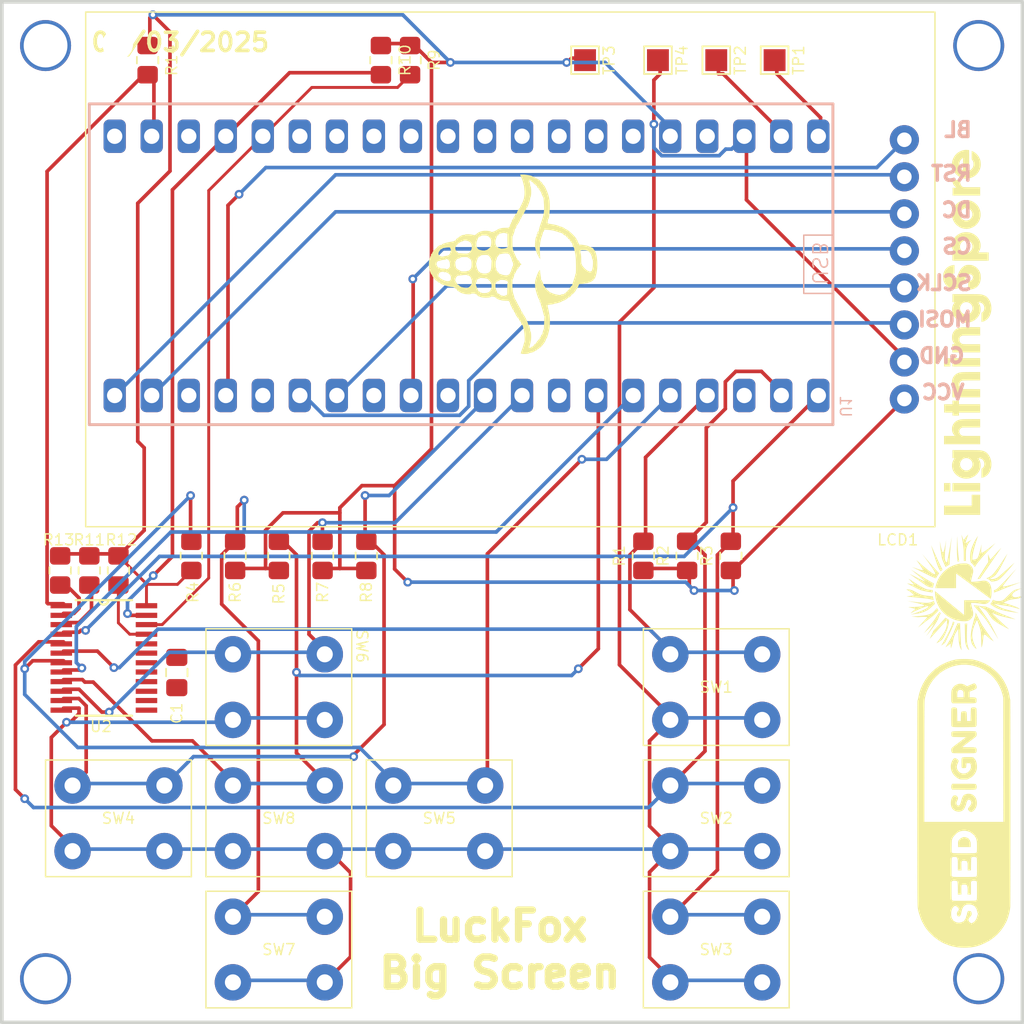
<source format=kicad_pcb>
(kicad_pcb (version 20241229) (generator "pcbnew") (generator_version "9.0")
  (layers (0 "F.Cu" signal) (2 "B.Cu" signal) (13 "F.Paste" user) (15 "B.Paste" user) (5 "F.SilkS" user "F.Silkscreen") (7 "B.SilkS" user "B.Silkscreen") (1 "F.Mask" user) (3 "B.Mask" user) (25 "Edge.Cuts" user))
  (net 0 "")
  (net 1 "KEY1")
  (net 2 "+3.3V")
  (net 3 "KEY2")
  (net 4 "KEY3")
  (net 5 "JOYSTICK_RIGHT")
  (net 6 "JOYSTICK_PRESS")
  (net 7 "JOYSTICK_DOWN")
  (net 8 "JOYSTICK_UP")
  (net 9 "JOYSTICK_LEFT")
  (net 10 "GND")
  (net 11 "BACKLIGHT_PWM")
  (net 12 "LCD_RST")
  (net 13 "SPI_MOSI")
  (net 14 "SPI_SCLK")
  (net 15 "SPI_CS")
  (net 16 "LCD_DC")
  (net 17 "VBUS")
  (net 18 "VSYS")
  (net 46 "I2C_SCL")
  (net 47 "I2C_SDA")
  (net 48 "Net-(U2-~RESET)")
  (net 49 "Net-(U2-A0)")
  (net 50 "Net-(U2-A1)")
  (net 51 "IO_INT")
  (footprint "Resistor_SMD:R_0805_2012Metric_Pad1.20x1.40mm_HandSolder" (layer "F.Cu") (at 28 4 -90)
    (property "Reference" "R9")
    (property "Value" "10K")
  )
  (footprint "Resistor_SMD:R_0805_2012Metric_Pad1.20x1.40mm_HandSolder" (layer "F.Cu") (at 4 39 -90)
    (property "Reference" "R13")
    (property "Value" "10K")
  )
  (footprint "seedsigner-luckfox:ST7789_LCD_MOD1" (layer "F.Cu") (at 64 36 180)
    (property "Reference" "LCD1")
    (property "Value" "ST7789")
  )
  (footprint "seedsigner-luckfox:SOP65P640X110-24N" (layer "F.Cu") (at 7 45)
    (property "Reference" "U2")
    (property "Value" "PCA9539PW_112")
  )
  (footprint "Resistor_SMD:R_0805_2012Metric_Pad1.20x1.40mm_HandSolder" (layer "F.Cu") (at 8 39 -90)
    (property "Reference" "R12")
    (property "Value" "10K")
  )
  (footprint "seedsigner-luckfox:BTN_SPST_NO_PTH" (layer "F.Cu") (at 49 47)
    (property "Reference" "SW1")
    (property "Value" "SW_Push")
  )
  (footprint "Resistor_SMD:R_0805_2012Metric_Pad1.20x1.40mm_HandSolder" (layer "F.Cu") (at 10 4 -90)
    (property "Reference" "R14")
    (property "Value" "10K")
  )
  (footprint "seedsigner-luckfox:TestPoint_Pad_1.5x1.5mm" (layer "F.Cu") (at 49 4 -90)
    (property "Reference" "TP2")
    (property "Value" "TestPoint")
  )
  (footprint "Resistor_SMD:R_0805_2012Metric_Pad1.20x1.40mm_HandSolder" (layer "F.Cu") (at 25 38 90)
    (property "Reference" "R8")
    (property "Value" "10K")
  )
  (footprint "seedsigner-luckfox:BTN_SPST_NO_PTH" (layer "F.Cu") (at 19 47)
    (property "Reference" "SW6")
    (property "Value" "SW_Push")
  )
  (footprint "seedsigner-luckfox:BTN_SPST_NO_PTH" (layer "F.Cu") (at 19 56)
    (property "Reference" "SW8")
    (property "Value" "SW_Push")
  )
  (footprint "Resistor_SMD:R_0805_2012Metric_Pad1.20x1.40mm_HandSolder" (layer "F.Cu") (at 13 38 90)
    (property "Reference" "R4")
    (property "Value" "10K")
  )
  (footprint "Resistor_SMD:R_0805_2012Metric_Pad1.20x1.40mm_HandSolder" (layer "F.Cu") (at 50 38 90)
    (property "Reference" "R3")
    (property "Value" "10K")
  )
  (footprint "Resistor_SMD:R_0805_2012Metric_Pad1.20x1.40mm_HandSolder" (layer "F.Cu") (at 22 38 90)
    (property "Reference" "R7")
    (property "Value" "10K")
  )
  (footprint "Resistor_SMD:R_0805_2012Metric_Pad1.20x1.40mm_HandSolder" (layer "F.Cu") (at 6 39 -90)
    (property "Reference" "R11")
    (property "Value" "10K")
  )
  (footprint "seedsigner-luckfox:seedsigner-logo-small" (layer "F.Cu") (at 66 55 90)
    (property "Reference" "LOGO1" (hide yes))
    (property "Value" "SS_LOGO" (hide yes))
  )
  (footprint "seedsigner-luckfox:BTN_SPST_NO_PTH" (layer "F.Cu") (at 49 65)
    (property "Reference" "SW3")
    (property "Value" "SW_Push")
  )
  (footprint "seedsigner-luckfox:MOUNT_HOLE_3MM" (layer "F.Cu") (at 3 3)
    (property "Reference" "H1" (hide yes))
    (property "Value" "MountingHole" (hide yes))
  )
  (footprint "Resistor_SMD:R_0805_2012Metric_Pad1.20x1.40mm_HandSolder" (layer "F.Cu") (at 19 38 90)
    (property "Reference" "R5")
    (property "Value" "10K")
  )
  (footprint "seedsigner-luckfox:LightningSpore_Logo" (layer "F.Cu") (at 66 27 90)
    (property "Reference" "ART1" (hide yes))
    (property "Value" "~" (hide yes))
  )
  (footprint "seedsigner-luckfox:BTN_SPST_NO_PTH" (layer "F.Cu") (at 8 56)
    (property "Reference" "SW4")
    (property "Value" "SW_Push")
  )
  (footprint "seedsigner-luckfox:BTN_SPST_NO_PTH" (layer "F.Cu") (at 30 56)
    (property "Reference" "SW5")
    (property "Value" "SW_Push")
  )
  (footprint "Resistor_SMD:R_0805_2012Metric_Pad1.20x1.40mm_HandSolder" (layer "F.Cu") (at 44 38 90)
    (property "Reference" "R1")
    (property "Value" "10K")
  )
  (footprint "seedsigner-luckfox:TestPoint_Pad_1.5x1.5mm" (layer "F.Cu") (at 53 4 -90)
    (property "Reference" "TP1")
    (property "Value" "TestPoint")
  )
  (footprint "Capacitor_SMD:C_0805_2012Metric_Pad1.18x1.45mm_HandSolder" (layer "F.Cu") (at 12 46 -90)
    (property "Reference" "C1")
    (property "Value" "100nF")
  )
  (footprint "Resistor_SMD:R_0805_2012Metric_Pad1.20x1.40mm_HandSolder" (layer "F.Cu") (at 26 4 -90)
    (property "Reference" "R10")
    (property "Value" "10K")
  )
  (footprint "Resistor_SMD:R_0805_2012Metric_Pad1.20x1.40mm_HandSolder" (layer "F.Cu") (at 47 38 90)
    (property "Reference" "R2")
    (property "Value" "10K")
  )
  (footprint "seedsigner-luckfox:MOUNT_HOLE_3MM" (layer "F.Cu") (at 3 67)
    (property "Reference" "H4" (hide yes))
    (property "Value" "MountingHole" (hide yes))
  )
  (footprint "Resistor_SMD:R_0805_2012Metric_Pad1.20x1.40mm_HandSolder" (layer "F.Cu") (at 16 38 90)
    (property "Reference" "R6")
    (property "Value" "10K")
  )
  (footprint "seedsigner-luckfox:BTN_SPST_NO_PTH" (layer "F.Cu") (at 19 65)
    (property "Reference" "SW7")
    (property "Value" "SW_Push")
  )
  (footprint "seedsigner-luckfox:MOUNT_HOLE_3MM" (layer "F.Cu") (at 67 3)
    (property "Reference" "H2" (hide yes))
    (property "Value" "MountingHole" (hide yes))
  )
  (footprint "seedsigner-luckfox:BTN_SPST_NO_PTH" (layer "F.Cu") (at 49 56)
    (property "Reference" "SW2")
    (property "Value" "SW_Push")
  )
  (footprint "seedsigner-luckfox:corn-logo" (layer "F.Cu") (at 35 18 90)
    (property "Reference" "LOGO2" (hide yes))
    (property "Value" "CORN-LOGO" (hide yes))
  )
  (footprint "seedsigner-luckfox:TestPoint_Pad_1.5x1.5mm" (layer "F.Cu") (at 40 4 -90)
    (property "Reference" "TP3")
    (property "Value" "TestPoint")
  )
  (footprint "seedsigner-luckfox:TestPoint_Pad_1.5x1.5mm" (layer "F.Cu") (at 45 4 -90)
    (property "Reference" "TP4")
    (property "Value" "TestPoint")
  )
  (footprint "seedsigner-luckfox:MOUNT_HOLE_3MM" (layer "F.Cu") (at 67 67)
    (property "Reference" "H3" (hide yes))
    (property "Value" "MountingHole" (hide yes))
  )
  (footprint "seedsigner-luckfox:LUCKFOX_PICO" (layer "B.Cu") (at 56 27 90)
    (property "Reference" "U1")
    (property "Value" "LuckFox_Pico_PLUS_PRO")
  )
  (gr_rect (start 0 0) (end 70 70) (stroke (width 0.25)) (fill no) (layer "Edge.Cuts"))
  (gr_text "07/03/2025" (at 6 3.5 0) (layer "F.SilkS") (effects (font (size 1.25 1.25) (thickness 0.25) (bold yes)) (justify left bottom)))
  (gr_text "LuckFox\nBig Screen" (at 34.152 65 0) (layer "F.SilkS") (effects (font (size 2 2) (thickness 0.5) (bold yes))))
  (gr_text "RST" (at 66.652 12.362 0) (layer "B.SilkS") (effects (font (size 1 1) (thickness 0.25) (bold yes)) (justify left bottom mirror)))
  (gr_text "VCC" (at 66.152 27.362 0) (layer "B.SilkS") (effects (font (size 1 1) (thickness 0.25) (bold yes)) (justify left bottom mirror)))
  (gr_text "SCLK" (at 66.652 19.862 0) (layer "B.SilkS") (effects (font (size 1 1) (thickness 0.25) (bold yes)) (justify left bottom mirror)))
  (gr_text "BL" (at 66.652 9.362 0) (layer "B.SilkS") (effects (font (size 1 1) (thickness 0.25) (bold yes)) (justify left bottom mirror)))
  (gr_text "MOSI" (at 66.652 22.362 0) (layer "B.SilkS") (effects (font (size 1 1) (thickness 0.25) (bold yes)) (justify left bottom mirror)))
  (gr_text "GND" (at 66.152 24.862 0) (layer "B.SilkS") (effects (font (size 1 1) (thickness 0.25) (bold yes)) (justify left bottom mirror)))
  (gr_text "CS" (at 66.652 17.362 0) (layer "B.SilkS") (effects (font (size 1 1) (thickness 0.25) (bold yes)) (justify left bottom mirror)))
  (gr_text "DC" (at 66.652 14.862 0) (layer "B.SilkS") (effects (font (size 1 1) (thickness 0.25) (bold yes)) (justify left bottom mirror)))
  (segment (start 46.002 44.612) (end 43.0782 41.6882) (width 0.25) (layer "F.Cu") (net 1))
  (segment (start 43.0782 41.6882) (end 43.0782 37.9358) (width 0.25) (layer "F.Cu") (net 1))
  (segment (start 4.231 44.5318) (end 6.5546 44.5318) (width 0.25) (layer "F.Cu") (net 1))
  (segment (start 43.0782 37.9358) (end 44.152 36.862) (width 0.25) (layer "F.Cu") (net 1))
  (segment (start 48.532 26.862) (end 44.152 31.242) (width 0.25) (layer "F.Cu") (net 1))
  (segment (start 44.152 31.242) (end 44.152 36.862) (width 0.25) (layer "F.Cu") (net 1))
  (segment (start 6.5546 44.5318) (end 7.688 45.6652) (width 0.25) (layer "F.Cu") (net 1))
  (via (at 7.688 45.6652) (size 0.6) (drill 0.3) (layers "F.Cu" "B.Cu") (net 1))
  (segment (start 52.302 44.612) (end 46.002 44.612) (width 0.25) (layer "B.Cu") (net 1))
  (segment (start 8.0621 45.6652) (end 10.7019 43.0254) (width 0.25) (layer "B.Cu") (net 1))
  (segment (start 7.688 45.6652) (end 8.0621 45.6652) (width 0.25) (layer "B.Cu") (net 1))
  (segment (start 44.4154 43.0254) (end 46.002 44.612) (width 0.25) (layer "B.Cu") (net 1))
  (segment (start 10.7019 43.0254) (end 44.4154 43.0254) (width 0.25) (layer "B.Cu") (net 1))
  (segment (start 38.7395 4.1576) (end 38.7797 4.1576) (width 0.25) (layer "F.Cu") (net 2))
  (segment (start 62.052 27.102) (end 50.292 38.862) (width 0.25) (layer "F.Cu") (net 2))
  (segment (start 9.7652 30.5876) (end 9.7652 36.2488) (width 0.25) (layer "F.Cu") (net 2))
  (segment (start 9.3216 13.8168) (end 9.3216 30.144) (width 0.25) (layer "F.Cu") (net 2))
  (segment (start 9.954 39.954) (end 12.046 39.954) (width 0.2) (layer "F.Cu") (net 2))
  (segment (start 10.3614 0.8909) (end 10.152 1.1003) (width 0.25) (layer "F.Cu") (net 2))
  (segment (start 47.152 38.862) (end 44.152 38.862) (width 0.25) (layer "F.Cu") (net 2))
  (segment (start 10.3614 0.8909) (end 11.5333 2.0628) (width 0.25) (layer "F.Cu") (net 2))
  (segment (start 19.152 38.862) (end 18.0875 38.862) (width 0.25) (layer "F.Cu") (net 2))
  (segment (start 50.292 38.862) (end 50.152 38.862) (width 0.25) (layer "F.Cu") (net 2))
  (segment (start 29.4689 30.6559) (end 26.942 33.1828) (width 0.25) (layer "F.Cu") (net 2))
  (segment (start 50.2414 40.3753) (end 50.152 40.2859) (width 0.25) (layer "F.Cu") (net 2))
  (segment (start 9.7652 36.2488) (end 8.152 37.862) (width 0.25) (layer "F.Cu") (net 2))
  (segment (start 18.0875 36.2455) (end 18.0875 38.862) (width 0.25) (layer "F.Cu") (net 2))
  (segment (start 6.152 37.862) (end 4.152 37.862) (width 0.25) (layer "F.Cu") (net 2))
  (segment (start 12.046 39.954) (end 13 39) (width 0.2) (layer "F.Cu") (net 2))
  (segment (start 6.152 37.862) (end 8.152 37.862) (width 0.25) (layer "F.Cu") (net 2))
  (segment (start 18.0875 38.862) (end 16.152 38.862) (width 0.25) (layer "F.Cu") (net 2))
  (segment (start 47.152 38.862) (end 47.152 40.0509) (width 0.25) (layer "F.Cu") (net 2))
  (segment (start 23.1832 34.697) (end 24.6974 33.1828) (width 0.25) (layer "F.Cu") (net 2))
  (segment (start 29.4689 4.1576) (end 28.1733 2.862) (width 0.25) (layer "F.Cu") (net 2))
  (segment (start 40.152 3.862) (end 39.0753 3.862) (width 0.25) (layer "F.Cu") (net 2))
  (segment (start 26.942 38.9049) (end 27.8395 39.8024) (width 0.25) (layer "F.Cu") (net 2))
  (segment (start 23.1832 38.862) (end 23.1832 35.0466) (width 0.25) (layer "F.Cu") (net 2))
  (segment (start 19.2864 35.0466) (end 18.0875 36.2455) (width 0.25) (layer "F.Cu") (net 2))
  (segment (start 23.1832 35.0466) (end 19.2864 35.0466) (width 0.25) (layer "F.Cu") (net 2))
  (segment (start 26.942 33.1828) (end 26.942 38.9049) (width 0.25) (layer "F.Cu") (net 2))
  (segment (start 38.7797 4.1576) (end 39.0753 3.862) (width 0.25) (layer "F.Cu") (net 2))
  (segment (start 28.1733 2.862) (end 28.152 2.862) (width 0.25) (layer "F.Cu") (net 2))
  (segment (start 11.5333 11.6051) (end 9.3216 13.8168) (width 0.25) (layer "F.Cu") (net 2))
  (segment (start 23.1832 35.0466) (end 23.1832 34.697) (width 0.25) (layer "F.Cu") (net 2))
  (segment (start 23.1832 38.862) (end 22.152 38.862) (width 0.25) (layer "F.Cu") (net 2))
  (segment (start 29.4689 4.1576) (end 30.7645 4.1576) (width 0.25) (layer "F.Cu") (net 2))
  (segment (start 24.6974 33.1828) (end 26.942 33.1828) (width 0.25) (layer "F.Cu") (net 2))
  (segment (start 8.152 37.862) (end 8.152 38.0068) (width 0.25) (layer "F.Cu") (net 2))
  (segment (start 9.3216 30.144) (end 9.7652 30.5876) (width 0.25) (layer "F.Cu") (net 2))
  (segment (start 9.921 41.4186) (end 9.921 39.921) (width 0.2) (layer "F.Cu") (net 2))
  (segment (start 11.5333 2.0628) (end 11.5333 11.6051) (width 0.25) (layer "F.Cu") (net 2))
  (segment (start 25.152 38.862) (end 23.1832 38.862) (width 0.25) (layer "F.Cu") (net 2))
  (segment (start 9.921 39.921) (end 9.954 39.954) (width 0.2) (layer "F.Cu") (net 2))
  (segment (start 29.4689 4.1576) (end 29.4689 30.6559) (width 0.25) (layer "F.Cu") (net 2))
  (segment (start 10.152 1.1003) (end 10.152 2.862) (width 0.25) (layer "F.Cu") (net 2))
  (segment (start 9.921 39.921) (end 8 38) (width 0.2) (layer "F.Cu") (net 2))
  (segment (start 47.152 40.0509) (end 47.4764 40.3753) (width 0.25) (layer "F.Cu") (net 2))
  (segment (start 50.152 40.2859) (end 50.152 38.862) (width 0.25) (layer "F.Cu") (net 2))
  (segment (start 26.152 2.862) (end 28.152 2.862) (width 0.25) (layer "F.Cu") (net 2))
  (via (at 38.7395 4.1576) (size 0.6) (drill 0.3) (layers "F.Cu" "B.Cu") (net 2))
  (via (at 50.2414 40.3753) (size 0.6) (drill 0.3) (layers "F.Cu" "B.Cu") (net 2))
  (via (at 27.8395 39.8024) (size 0.6) (drill 0.3) (layers "F.Cu" "B.Cu") (net 2))
  (via (at 30.7645 4.1576) (size 0.6) (drill 0.3) (layers "F.Cu" "B.Cu") (net 2))
  (via (at 47.4764 40.3753) (size 0.6) (drill 0.3) (layers "F.Cu" "B.Cu") (net 2))
  (via (at 10.3614 0.8909) (size 0.6) (drill 0.3) (layers "F.Cu" "B.Cu") (net 2))
  (segment (start 27.4978 0.8909) (end 30.7645 4.1576) (width 0.25) (layer "B.Cu") (net 2))
  (segment (start 27.8395 39.8024) (end 46.9035 39.8024) (width 0.25) (layer "B.Cu") (net 2))
  (segment (start 30.7645 4.1576) (end 38.7395 4.1576) (width 0.25) (layer "B.Cu") (net 2))
  (segment (start 41.376 4.1576) (end 38.7395 4.1576) (width 0.25) (layer "B.Cu") (net 2))
  (segment (start 46.9035 39.8024) (end 47.4764 40.3753) (width 0.25) (layer "B.Cu") (net 2))
  (segment (start 45.992 8.7736) (end 41.376 4.1576) (width 0.25) (layer "B.Cu") (net 2))
  (segment (start 10.3614 0.8909) (end 27.4978 0.8909) (width 0.25) (layer "B.Cu") (net 2))
  (segment (start 45.992 9.082) (end 45.992 8.7736) (width 0.25) (layer "B.Cu") (net 2))
  (segment (start 47.4764 40.3753) (end 50.2414 40.3753) (width 0.25) (layer "B.Cu") (net 2))
  (segment (start 46.002 53.612) (end 48.2258 51.3882) (width 0.25) (layer "F.Cu") (net 3))
  (segment (start 52.0956 25.3456) (end 50.3409 25.3456) (width 0.25) (layer "F.Cu") (net 3))
  (segment (start 0.936 54.0209) (end 1.5695 54.6544) (width 0.25) (layer "F.Cu") (net 3))
  (segment (start 49.6222 26.0643) (end 49.6222 27.9104) (width 0.25) (layer "F.Cu") (net 3))
  (segment (start 48.3145 29.218) (end 48.3145 35.6995) (width 0.25) (layer "F.Cu") (net 3))
  (segment (start 49.6222 27.9104) (end 48.3146 29.218) (width 0.25) (layer "F.Cu") (net 3))
  (segment (start 48.2258 37.9358) (end 47.152 36.862) (width 0.25) (layer "F.Cu") (net 3))
  (segment (start 2.5248 43.8968) (end 0.936 45.4856) (width 0.25) (layer "F.Cu") (net 3))
  (segment (start 48.3145 35.6995) (end 47.152 36.862) (width 0.25) (layer "F.Cu") (net 3))
  (segment (start 48.3146 29.218) (end 48.3145 29.218) (width 0.25) (layer "F.Cu") (net 3))
  (segment (start 53.612 26.862) (end 52.0956 25.3456) (width 0.25) (layer "F.Cu") (net 3))
  (segment (start 0.936 45.4856) (end 0.936 54.0209) (width 0.25) (layer "F.Cu") (net 3))
  (segment (start 48.2258 51.3882) (end 48.2258 37.9358) (width 0.25) (layer "F.Cu") (net 3))
  (segment (start 4.231 43.8968) (end 2.5248 43.8968) (width 0.25) (layer "F.Cu") (net 3))
  (segment (start 50.3409 25.3456) (end 49.6222 26.0643) (width 0.25) (layer "F.Cu") (net 3))
  (via (at 1.5695 54.6544) (size 0.6) (drill 0.3) (layers "F.Cu" "B.Cu") (net 3))
  (segment (start 44.3558 55.2582) (end 46.002 53.612) (width 0.25) (layer "B.Cu") (net 3))
  (segment (start 2.1733 55.2582) (end 44.3558 55.2582) (width 0.25) (layer "B.Cu") (net 3))
  (segment (start 52.302 53.612) (end 46.002 53.612) (width 0.25) (layer "B.Cu") (net 3))
  (segment (start 1.5695 54.6544) (end 2.1733 55.2582) (width 0.25) (layer "B.Cu") (net 3))
  (segment (start 46.002 62.612) (end 49.0782 59.5358) (width 0.25) (layer "F.Cu") (net 4))
  (segment (start 50.152 32.862) (end 56.152 26.862) (width 0.25) (layer "F.Cu") (net 4))
  (segment (start 5.4218 43.1089) (end 5.7442 43.1089) (width 0.25) (layer "F.Cu") (net 4))
  (segment (start 50.152 34.6883) (end 50.152 32.862) (width 0.25) (layer "F.Cu") (net 4))
  (segment (start 50.152 36.862) (end 50.152 34.6883) (width 0.25) (layer "F.Cu") (net 4))
  (segment (start 4.231 43.2364) (end 5.2943 43.2364) (width 0.25) (layer "F.Cu") (net 4))
  (segment (start 49.0782 59.5358) (end 49.0782 37.9358) (width 0.25) (layer "F.Cu") (net 4))
  (segment (start 5.2943 43.2364) (end 5.4218 43.1089) (width 0.25) (layer "F.Cu") (net 4))
  (segment (start 49.0782 37.9358) (end 50.152 36.862) (width 0.25) (layer "F.Cu") (net 4))
  (via (at 5.7442 43.1089) (size 0.6) (drill 0.3) (layers "F.Cu" "B.Cu") (net 4))
  (via (at 50.152 34.6883) (size 0.6) (drill 0.3) (layers "F.Cu" "B.Cu") (net 4))
  (segment (start 50.152 34.6883) (end 46.8043 38.036) (width 0.25) (layer "B.Cu") (net 4))
  (segment (start 52.302 62.612) (end 46.002 62.612) (width 0.25) (layer "B.Cu") (net 4))
  (segment (start 46.8043 38.036) (end 10.8171 38.036) (width 0.25) (layer "B.Cu") (net 4))
  (segment (start 10.8171 38.036) (end 5.7442 43.1089) (width 0.25) (layer "B.Cu") (net 4))
  (segment (start 1.5696 45.7416) (end 2.119 45.1922) (width 0.25) (layer "F.Cu") (net 5))
  (segment (start 2.119 45.1922) (end 4.231 45.1922) (width 0.25) (layer "F.Cu") (net 5))
  (segment (start 33.302 53.612) (end 33.302 37.857) (width 0.25) (layer "F.Cu") (net 5))
  (segment (start 13.152 36.862) (end 12.9459 36.6559) (width 0.25) (layer "F.Cu") (net 5))
  (segment (start 12.9459 36.6559) (end 12.9459 33.8616) (width 0.25) (layer "F.Cu") (net 5))
  (segment (start 33.302 37.857) (end 39.7848 31.3742) (width 0.25) (layer "F.Cu") (net 5))
  (via (at 39.7848 31.3742) (size 0.6) (drill 0.3) (layers "F.Cu" "B.Cu") (net 5))
  (via (at 1.5696 45.7416) (size 0.6) (drill 0.3) (layers "F.Cu" "B.Cu") (net 5))
  (via (at 12.9459 33.8616) (size 0.6) (drill 0.3) (layers "F.Cu" "B.Cu") (net 5))
  (segment (start 1.5696 47.5052) (end 5.2048 51.1404) (width 0.25) (layer "B.Cu") (net 5))
  (segment (start 41.4798 31.3742) (end 45.992 26.862) (width 0.25) (layer "B.Cu") (net 5))
  (segment (start 24.5304 51.1404) (end 27.002 53.612) (width 0.25) (layer "B.Cu") (net 5))
  (segment (start 1.5696 45.2379) (end 1.5696 45.7416) (width 0.25) (layer "B.Cu") (net 5))
  (segment (start 5.2048 51.1404) (end 24.5304 51.1404) (width 0.25) (layer "B.Cu") (net 5))
  (segment (start 39.7848 31.3742) (end 41.4798 31.3742) (width 0.25) (layer "B.Cu") (net 5))
  (segment (start 33.302 53.612) (end 27.002 53.612) (width 0.25) (layer "B.Cu") (net 5))
  (segment (start 1.5696 45.7416) (end 1.5696 47.5052) (width 0.25) (layer "B.Cu") (net 5))
  (segment (start 12.9459 33.8616) (end 1.5696 45.2379) (width 0.25) (layer "B.Cu") (net 5))
  (segment (start 5.6964 46.6559) (end 6.2659 46.6559) (width 0.25) (layer "F.Cu") (net 6))
  (segment (start 6.2659 46.6559) (end 10.2972 50.6872) (width 0.25) (layer "F.Cu") (net 6))
  (segment (start 20.2106 51.5206) (end 20.2106 45.9827) (width 0.25) (layer "F.Cu") (net 6))
  (segment (start 39.5395 45.7432) (end 40.912 44.3707) (width 0.25) (layer "F.Cu") (net 6))
  (segment (start 20.2106 45.9827) (end 20.2106 37.9206) (width 0.25) (layer "F.Cu") (net 6))
  (segment (start 13.0772 50.6872) (end 16.002 53.612) (width 0.25) (layer "F.Cu") (net 6))
  (segment (start 40.912 44.3707) (end 40.912 26.862) (width 0.25) (layer "F.Cu") (net 6))
  (segment (start 22.302 53.612) (end 20.2106 51.5206) (width 0.25) (layer "F.Cu") (net 6))
  (segment (start 5.6964 46.6559) (end 5.5281 46.4876) (width 0.25) (layer "F.Cu") (net 6))
  (segment (start 5.5281 46.4876) (end 4.231 46.4876) (width 0.25) (layer "F.Cu") (net 6))
  (segment (start 20.2106 37.9206) (end 19.152 36.862) (width 0.25) (layer "F.Cu") (net 6))
  (segment (start 10.2972 50.6872) (end 13.0772 50.6872) (width 0.25) (layer "F.Cu") (net 6))
  (via (at 20.2106 45.9827) (size 0.6) (drill 0.3) (layers "F.Cu" "B.Cu") (net 6))
  (via (at 39.5395 45.7432) (size 0.6) (drill 0.3) (layers "F.Cu" "B.Cu") (net 6))
  (segment (start 22.302 53.612) (end 16.002 53.612) (width 0.25) (layer "B.Cu") (net 6))
  (segment (start 39.0802 46.2025) (end 39.5395 45.7432) (width 0.25) (layer "B.Cu") (net 6))
  (segment (start 20.4304 46.2025) (end 39.0802 46.2025) (width 0.25) (layer "B.Cu") (net 6))
  (segment (start 20.2106 45.9827) (end 20.4304 46.2025) (width 0.25) (layer "B.Cu") (net 6))
  (segment (start 15.0782 41.3079) (end 15.0782 37.9358) (width 0.25) (layer "F.Cu") (net 7))
  (segment (start 15.0782 37.9358) (end 16.152 36.862) (width 0.25) (layer "F.Cu") (net 7))
  (segment (start 17.5944 43.8241) (end 15.0782 41.3079) (width 0.25) (layer "F.Cu") (net 7))
  (segment (start 17.5944 61.0196) (end 17.5944 43.8241) (width 0.25) (layer "F.Cu") (net 7))
  (segment (start 16.152 34.6486) (end 16.152 36.862) (width 0.25) (layer "F.Cu") (net 7))
  (segment (start 16.6251 34.1755) (end 16.152 34.6486) (width 0.25) (layer "F.Cu") (net 7))
  (segment (start 16.002 62.612) (end 17.5944 61.0196) (width 0.25) (layer "F.Cu") (net 7))
  (segment (start 5.2943 45.8272) (end 5.3526 45.8272) (width 0.25) (layer "F.Cu") (net 7))
  (segment (start 4.231 45.8272) (end 5.2943 45.8272) (width 0.25) (layer "F.Cu") (net 7))
  (segment (start 5.3526 45.8272) (end 5.4873 45.6925) (width 0.25) (layer "F.Cu") (net 7))
  (via (at 5.4873 45.6925) (size 0.6) (drill 0.3) (layers "F.Cu" "B.Cu") (net 7))
  (via (at 16.6251 34.1755) (size 0.6) (drill 0.3) (layers "F.Cu" "B.Cu") (net 7))
  (segment (start 16.6251 36.3621) (end 11.5926 36.3621) (width 0.25) (layer "B.Cu") (net 7))
  (segment (start 5.1097 42.845) (end 5.1097 45.3149) (width 0.25) (layer "B.Cu") (net 7))
  (segment (start 33.9107 36.3621) (end 16.6251 36.3621) (width 0.25) (layer "B.Cu") (net 7))
  (segment (start 5.1097 45.3149) (end 5.4873 45.6925) (width 0.25) (layer "B.Cu") (net 7))
  (segment (start 11.5926 36.3621) (end 5.1097 42.845) (width 0.25) (layer "B.Cu") (net 7))
  (segment (start 43.452 26.862) (end 43.4108 26.862) (width 0.25) (layer "B.Cu") (net 7))
  (segment (start 16.6251 36.3621) (end 16.6251 34.1755) (width 0.25) (layer "B.Cu") (net 7))
  (segment (start 16.002 62.612) (end 22.302 62.612) (width 0.25) (layer "B.Cu") (net 7))
  (segment (start 43.4108 26.862) (end 33.9107 36.3621) (width 0.25) (layer "B.Cu") (net 7))
  (segment (start 21.9911 35.725) (end 21.9911 36.7011) (width 0.25) (layer "F.Cu") (net 8))
  (segment (start 7.3645 48.7136) (end 6.8599 48.7136) (width 0.25) (layer "F.Cu") (net 8))
  (segment (start 21.9911 36.7011) (end 22.152 36.862) (width 0.25) (layer "F.Cu") (net 8))
  (segment (start 21.0685 36.3148) (end 21.6583 35.725) (width 0.25) (layer "F.Cu") (net 8))
  (segment (start 21.0685 43.3785) (end 21.0685 36.3148) (width 0.25) (layer "F.Cu") (net 8))
  (segment (start 4.231 47.148) (end 5.2943 47.148) (width 0.25) (layer "F.Cu") (net 8))
  (segment (start 22.302 44.612) (end 21.0685 43.3785) (width 0.25) (layer "F.Cu") (net 8))
  (segment (start 21.6583 35.725) (end 21.9911 35.725) (width 0.25) (layer "F.Cu") (net 8))
  (segment (start 6.8599 48.7136) (end 5.2943 47.148) (width 0.25) (layer "F.Cu") (net 8))
  (via (at 21.9911 35.725) (size 0.6) (drill 0.3) (layers "F.Cu" "B.Cu") (net 8))
  (via (at 7.3645 48.7136) (size 0.6) (drill 0.3) (layers "F.Cu" "B.Cu") (net 8))
  (segment (start 26.969 35.725) (end 21.9911 35.725) (width 0.25) (layer "B.Cu") (net 8))
  (segment (start 16.002 44.612) (end 22.302 44.612) (width 0.25) (layer "B.Cu") (net 8))
  (segment (start 35.832 26.862) (end 26.969 35.725) (width 0.25) (layer "B.Cu") (net 8))
  (segment (start 11.4661 44.612) (end 7.3645 48.7136) (width 0.25) (layer "B.Cu") (net 8))
  (segment (start 16.002 44.612) (end 11.4661 44.612) (width 0.25) (layer "B.Cu") (net 8))
  (segment (start 26.2157 37.9257) (end 26.2157 49.5698) (width 0.25) (layer "F.Cu") (net 9))
  (segment (start 5.002 53.612) (end 5.786 52.828) (width 0.25) (layer "F.Cu") (net 9))
  (segment (start 5.2805 47.783) (end 4.231 47.783) (width 0.25) (layer "F.Cu") (net 9))
  (segment (start 25.152 36.862) (end 26.2157 37.9257) (width 0.25) (layer "F.Cu") (net 9))
  (segment (start 26.2157 49.5698) (end 24.4235 51.362) (width 0.25) (layer "F.Cu") (net 9))
  (segment (start 24.4235 51.362) (end 24.1319 51.6536) (width 0.25) (layer "F.Cu") (net 9))
  (segment (start 24.9145 36.6245) (end 25.152 36.862) (width 0.25) (layer "F.Cu") (net 9))
  (segment (start 5.786 48.2885) (end 5.2805 47.783) (width 0.25) (layer "F.Cu") (net 9))
  (segment (start 24.1319 51.6536) (end 24.1319 51.7672) (width 0.25) (layer "F.Cu") (net 9))
  (segment (start 5.786 52.828) (end 5.786 48.2885) (width 0.25) (layer "F.Cu") (net 9))
  (segment (start 24.9145 33.8585) (end 24.9145 36.6245) (width 0.25) (layer "F.Cu") (net 9))
  (via (at 24.1319 51.7672) (size 0.6) (drill 0.3) (layers "F.Cu" "B.Cu") (net 9))
  (via (at 24.9145 33.8585) (size 0.6) (drill 0.3) (layers "F.Cu" "B.Cu") (net 9))
  (segment (start 13.1468 51.7672) (end 24.1319 51.7672) (width 0.25) (layer "B.Cu") (net 9))
  (segment (start 11.302 53.612) (end 13.1468 51.7672) (width 0.25) (layer "B.Cu") (net 9))
  (segment (start 26.5609 33.8585) (end 24.9145 33.8585) (width 0.25) (layer "B.Cu") (net 9))
  (segment (start 33.292 27.1274) (end 26.5609 33.8585) (width 0.25) (layer "B.Cu") (net 9))
  (segment (start 33.292 26.862) (end 33.292 27.1274) (width 0.25) (layer "B.Cu") (net 9))
  (segment (start 5.002 53.612) (end 11.302 53.612) (width 0.25) (layer "B.Cu") (net 9))
  (segment (start 45.152 4.9387) (end 44.7221 5.3686) (width 0.25) (layer "F.Cu") (net 10))
  (segment (start 23.9189 65.4951) (end 23.9189 59.7289) (width 0.25) (layer "F.Cu") (net 10))
  (segment (start 42.3608 21.9636) (end 42.3608 45.4708) (width 0.25) (layer "F.Cu") (net 10))
  (segment (start 44.4253 50.6887) (end 44.4253 56.5353) (width 0.25) (layer "F.Cu") (net 10))
  (segment (start 3.3935 50.456) (end 3.3935 56.5035) (width 0.25) (layer "F.Cu") (net 10))
  (segment (start 42.3608 45.4708) (end 46.002 49.112) (width 0.25) (layer "F.Cu") (net 10))
  (segment (start 5.2943 48.8225) (end 4.7068 49.41) (width 0.25) (layer "F.Cu") (net 10))
  (segment (start 4.231 48.4434) (end 5.2943 48.4434) (width 0.25) (layer "F.Cu") (net 10))
  (segment (start 44.4253 56.5353) (end 46.002 58.112) (width 0.25) (layer "F.Cu") (net 10))
  (segment (start 22.302 67.112) (end 23.9189 65.4951) (width 0.25) (layer "F.Cu") (net 10))
  (segment (start 4.4395 49.41) (end 3.3935 50.456) (width 0.25) (layer "F.Cu") (net 10))
  (segment (start 44.7221 19.6023) (end 42.3608 21.9636) (width 0.25) (layer "F.Cu") (net 10))
  (segment (start 46.002 49.112) (end 44.4253 50.6887) (width 0.25) (layer "F.Cu") (net 10))
  (segment (start 44.4253 65.5353) (end 44.4253 59.6887) (width 0.25) (layer "F.Cu") (net 10))
  (segment (start 45.152 3.862) (end 45.152 4.9387) (width 0.25) (layer "F.Cu") (net 10))
  (segment (start 44.4253 59.6887) (end 46.002 58.112) (width 0.25) (layer "F.Cu") (net 10))
  (segment (start 4.7068 49.41) (end 4.4395 49.41) (width 0.25) (layer "F.Cu") (net 10))
  (segment (start 5.2943 48.4434) (end 5.2943 48.8225) (width 0.25) (layer "F.Cu") (net 10))
  (segment (start 3.3935 56.5035) (end 5.002 58.112) (width 0.25) (layer "F.Cu") (net 10))
  (segment (start 23.9189 59.7289) (end 22.302 58.112) (width 0.25) (layer "F.Cu") (net 10))
  (segment (start 51.072 13.582) (end 51.072 9.082) (width 0.25) (layer "F.Cu") (net 10))
  (segment (start 46.002 67.112) (end 44.4253 65.5353) (width 0.25) (layer "F.Cu") (net 10))
  (segment (start 44.7221 8.391) (end 44.7221 19.6023) (width 0.25) (layer "F.Cu") (net 10))
  (segment (start 62.052 24.562) (end 51.072 13.582) (width 0.25) (layer "F.Cu") (net 10))
  (segment (start 44.7221 5.3686) (end 44.7221 8.391) (width 0.25) (layer "F.Cu") (net 10))
  (via (at 44.7221 8.391) (size 0.6) (drill 0.3) (layers "F.Cu" "B.Cu") (net 10))
  (via (at 4.4395 49.41) (size 0.6) (drill 0.3) (layers "F.Cu" "B.Cu") (net 10))
  (segment (start 46.002 49.112) (end 52.302 49.112) (width 0.25) (layer "B.Cu") (net 10))
  (segment (start 5.002 58.112) (end 11.302 58.112) (width 0.25) (layer "B.Cu") (net 10))
  (segment (start 33.302 58.112) (end 46.002 58.112) (width 0.25) (layer "B.Cu") (net 10))
  (segment (start 46.002 67.112) (end 52.302 67.112) (width 0.25) (layer "B.Cu") (net 10))
  (segment (start 22.302 58.112) (end 27.002 58.112) (width 0.25) (layer "B.Cu") (net 10))
  (segment (start 16.002 49.112) (end 15.704 49.41) (width 0.25) (layer "B.Cu") (net 10))
  (segment (start 22.302 49.112) (end 16.002 49.112) (width 0.25) (layer "B.Cu") (net 10))
  (segment (start 16.002 67.112) (end 22.302 67.112) (width 0.25) (layer "B.Cu") (net 10))
  (segment (start 49.6496 10.1029) (end 50.0511 10.1029) (width 0.25) (layer "B.Cu") (net 10))
  (segment (start 45.2625 10.5531) (end 49.1995 10.5531) (width 0.25) (layer "B.Cu") (net 10))
  (segment (start 11.302 58.112) (end 16.002 58.112) (width 0.25) (layer "B.Cu") (net 10))
  (segment (start 49.1995 10.5531) (end 49.6496 10.103) (width 0.25) (layer "B.Cu") (net 10))
  (segment (start 50.0511 10.1029) (end 51.072 9.082) (width 0.25) (layer "B.Cu") (net 10))
  (segment (start 33.302 58.112) (end 27.002 58.112) (width 0.25) (layer "B.Cu") (net 10))
  (segment (start 49.6496 10.103) (end 49.6496 10.1029) (width 0.25) (layer "B.Cu") (net 10))
  (segment (start 16.002 58.112) (end 22.302 58.112) (width 0.25) (layer "B.Cu") (net 10))
  (segment (start 15.704 49.41) (end 4.4395 49.41) (width 0.25) (layer "B.Cu") (net 10))
  (segment (start 44.7221 10.0127) (end 45.2625 10.5531) (width 0.25) (layer "B.Cu") (net 10))
  (segment (start 52.302 58.112) (end 46.002 58.112) (width 0.25) (layer "B.Cu") (net 10))
  (segment (start 44.7221 8.391) (end 44.7221 10.0127) (width 0.25) (layer "B.Cu") (net 10))
  (segment (start 15.512 26.862) (end 15.512 13.9589) (width 0.25) (layer "F.Cu") (net 11))
  (segment (start 15.512 13.9589) (end 16.2708 13.2001) (width 0.25) (layer "F.Cu") (net 11))
  (via (at 16.2708 13.2001) (size 0.6) (drill 0.3) (layers "F.Cu" "B.Cu") (net 11))
  (segment (start 60.0073 11.3667) (end 62.052 9.322) (width 0.25) (layer "B.Cu") (net 11))
  (segment (start 18.1042 11.3667) (end 60.0073 11.3667) (width 0.25) (layer "B.Cu") (net 11))
  (segment (start 16.2708 13.2001) (end 18.1042 11.3667) (width 0.25) (layer "B.Cu") (net 11))
  (segment (start 7.892 26.862) (end 22.892 11.862) (width 0.25) (layer "B.Cu") (net 12))
  (segment (start 22.892 11.862) (end 62.052 11.862) (width 0.25) (layer "B.Cu") (net 12))
  (segment (start 35.978 22.022) (end 62.052 22.022) (width 0.25) (layer "B.Cu") (net 13))
  (segment (start 32.022 25.978) (end 35.978 22.022) (width 0.25) (layer "B.Cu") (net 13))
  (segment (start 20.592 26.862) (end 22.089 28.359) (width 0.25) (layer "B.Cu") (net 13))
  (segment (start 31.398 28.359) (end 32.022 27.735) (width 0.25) (layer "B.Cu") (net 13))
  (segment (start 32.022 27.735) (end 32.022 25.978) (width 0.25) (layer "B.Cu") (net 13))
  (segment (start 22.089 28.359) (end 31.398 28.359) (width 0.25) (layer "B.Cu") (net 13))
  (segment (start 62.052 19.482) (end 30.512 19.482) (width 0.25) (layer "B.Cu") (net 14))
  (segment (start 30.512 19.482) (end 23.132 26.862) (width 0.25) (layer "B.Cu") (net 14))
  (segment (start 28.212 19.0371) (end 28.212 26.862) (width 0.25) (layer "F.Cu") (net 15))
  (segment (start 28.1845 19.0096) (end 28.212 19.0371) (width 0.25) (layer "F.Cu") (net 15))
  (via (at 28.1845 19.0096) (size 0.6) (drill 0.3) (layers "F.Cu" "B.Cu") (net 15))
  (segment (start 30.2521 16.942) (end 28.1845 19.0096) (width 0.25) (layer "B.Cu") (net 15))
  (segment (start 62.052 16.942) (end 30.2521 16.942) (width 0.25) (layer "B.Cu") (net 15))
  (segment (start 10.432 26.862) (end 22.892 14.402) (width 0.25) (layer "B.Cu") (net 16))
  (segment (start 22.892 14.402) (end 62.052 14.402) (width 0.25) (layer "B.Cu") (net 16))
  (segment (start 53.152 3.862) (end 53.152 4.9387) (width 0.25) (layer "F.Cu") (net 17))
  (segment (start 56.152 7.9387) (end 53.152 4.9387) (width 0.25) (layer "F.Cu") (net 17))
  (segment (start 56.152 9.082) (end 56.152 7.9387) (width 0.25) (layer "F.Cu") (net 17))
  (segment (start 49.152 3.862) (end 49.152 4.9387) (width 0.25) (layer "F.Cu") (net 18))
  (segment (start 49.4687 4.9387) (end 49.152 4.9387) (width 0.25) (layer "F.Cu") (net 18))
  (segment (start 53.612 9.082) (end 49.4687 4.9387) (width 0.25) (layer "F.Cu") (net 18))
  (segment (start 9.921 42.714) (end 10.9983 42.714) (width 0.2) (layer "F.Cu") (net 46))
  (segment (start 27.1425 5.8715) (end 28.152 4.862) (width 0.2) (layer "F.Cu") (net 46))
  (segment (start 14.1897 39.5226) (end 14.1897 12.9443) (width 0.2) (layer "F.Cu") (net 46))
  (segment (start 14.1897 12.9443) (end 21.2625 5.8715) (width 0.2) (layer "F.Cu") (net 46))
  (segment (start 21.2625 5.8715) (end 27.1425 5.8715) (width 0.2) (layer "F.Cu") (net 46))
  (segment (start 10.9983 42.714) (end 14.1897 39.5226) (width 0.2) (layer "F.Cu") (net 46))
  (segment (start 15.512 9.082) (end 19.732 4.862) (width 0.25) (layer "F.Cu") (net 47))
  (segment (start 8.6208 41.9568) (end 8.743 42.079) (width 0.25) (layer "F.Cu") (net 47))
  (segment (start 8.743 42.079) (end 9.935 42.079) (width 0.25) (layer "F.Cu") (net 47))
  (segment (start 10.3844 39.353) (end 11.702 38.0354) (width 0.25) (layer "F.Cu") (net 47))
  (segment (start 11.702 38.0354) (end 11.702 12.892) (width 0.25) (layer "F.Cu") (net 47))
  (segment (start 11.702 12.892) (end 15.512 9.082) (width 0.25) (layer "F.Cu") (net 47))
  (segment (start 19.732 4.862) (end 26.152 4.862) (width 0.25) (layer "F.Cu") (net 47))
  (via (at 10.3844 39.353) (size 0.6) (drill 0.3) (layers "F.Cu" "B.Cu") (net 47))
  (via (at 8.6208 41.9568) (size 0.6) (drill 0.3) (layers "F.Cu" "B.Cu") (net 47))
  (segment (start 8.6208 41.1166) (end 10.3844 39.353) (width 0.25) (layer "B.Cu") (net 47))
  (segment (start 8.6208 41.9568) (end 8.6208 41.1166) (width 0.25) (layer "B.Cu") (net 47))
  (segment (start 5.2943 42.576) (end 6.152 41.7183) (width 0.25) (layer "F.Cu") (net 48))
  (segment (start 6.152 41.7183) (end 6.152 39.862) (width 0.25) (layer "F.Cu") (net 48))
  (segment (start 4.231 42.576) (end 5.2943 42.576) (width 0.25) (layer "F.Cu") (net 48))
  (segment (start 9.921 43.3744) (end 8.7744 43.3744) (width 0.2) (layer "F.Cu") (net 49))
  (segment (start 8.7744 43.3744) (end 7.9941 42.5941) (width 0.2) (layer "F.Cu") (net 49))
  (segment (start 7.9941 40.0199) (end 8.152 39.862) (width 0.2) (layer "F.Cu") (net 49))
  (segment (start 7.9941 42.5941) (end 7.9941 40.0199) (width 0.2) (layer "F.Cu") (net 49))
  (segment (start 4.9471 41.941) (end 5.2943 41.5938) (width 0.25) (layer "F.Cu") (net 50))
  (segment (start 4.231 41.941) (end 4.9471 41.941) (width 0.25) (layer "F.Cu") (net 50))
  (segment (start 5.2943 40.884) (end 4.2723 39.862) (width 0.25) (layer "F.Cu") (net 50))
  (segment (start 5.2943 41.5938) (end 5.2943 40.884) (width 0.25) (layer "F.Cu") (net 50))
  (segment (start 4.2723 39.862) (end 4.152 39.862) (width 0.25) (layer "F.Cu") (net 50))
  (segment (start 10.432 9.082) (end 10.432 5.142) (width 0.25) (layer "F.Cu") (net 51))
  (segment (start 10.152 4.862) (end 9.8732 4.862) (width 0.25) (layer "F.Cu") (net 51))
  (segment (start 9.8732 4.862) (end 3.1042 11.631) (width 0.25) (layer "F.Cu") (net 51))
  (segment (start 3.1042 11.631) (end 3.1042 41.2171) (width 0.25) (layer "F.Cu") (net 51))
  (segment (start 10.432 5.142) (end 10.152 4.862) (width 0.25) (layer "F.Cu") (net 51))
  (segment (start 4.231 41.2806) (end 3.1677 41.2806) (width 0.25) (layer "F.Cu") (net 51))
  (segment (start 3.1042 41.2171) (end 3.1677 41.2806) (width 0.25) (layer "F.Cu") (net 51))
)
</source>
